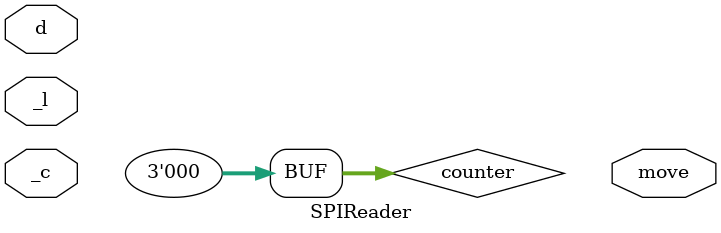
<source format=sv>
module SPIReader(
	input logic _c,
	input logic _l,
	input logic [7:0] d,
	output logic [3:0] move
);

	logic [2:0] counter = 0;
	
	always_ff@(posedge _c)
		begin
			
		end
		
	always_ff@(posedge _l)
		begin
			
		end
		
endmodule

</source>
